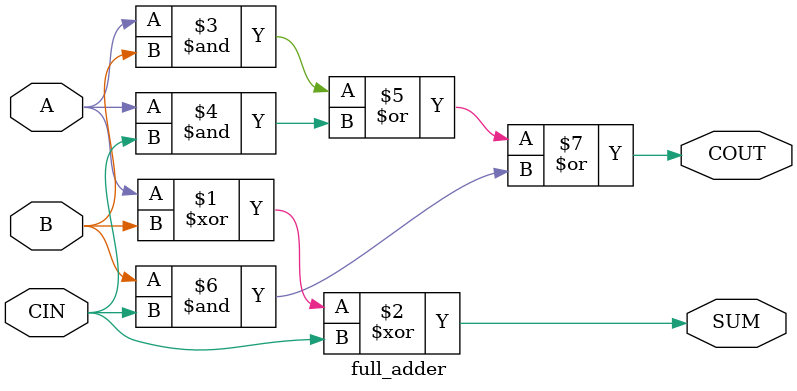
<source format=v>
module full_adder (
    input  wire A,      // input bit 1
    input  wire B,      // input bit 2
    input  wire CIN,    // carry in
    output wire SUM,    // sum output
    output wire COUT    // carry out
);

assign SUM  = A ^ B ^ CIN;                     // XOR chain
assign COUT = (A & B) | (A & CIN) | (B & CIN); // majority logic

endmodule

</source>
